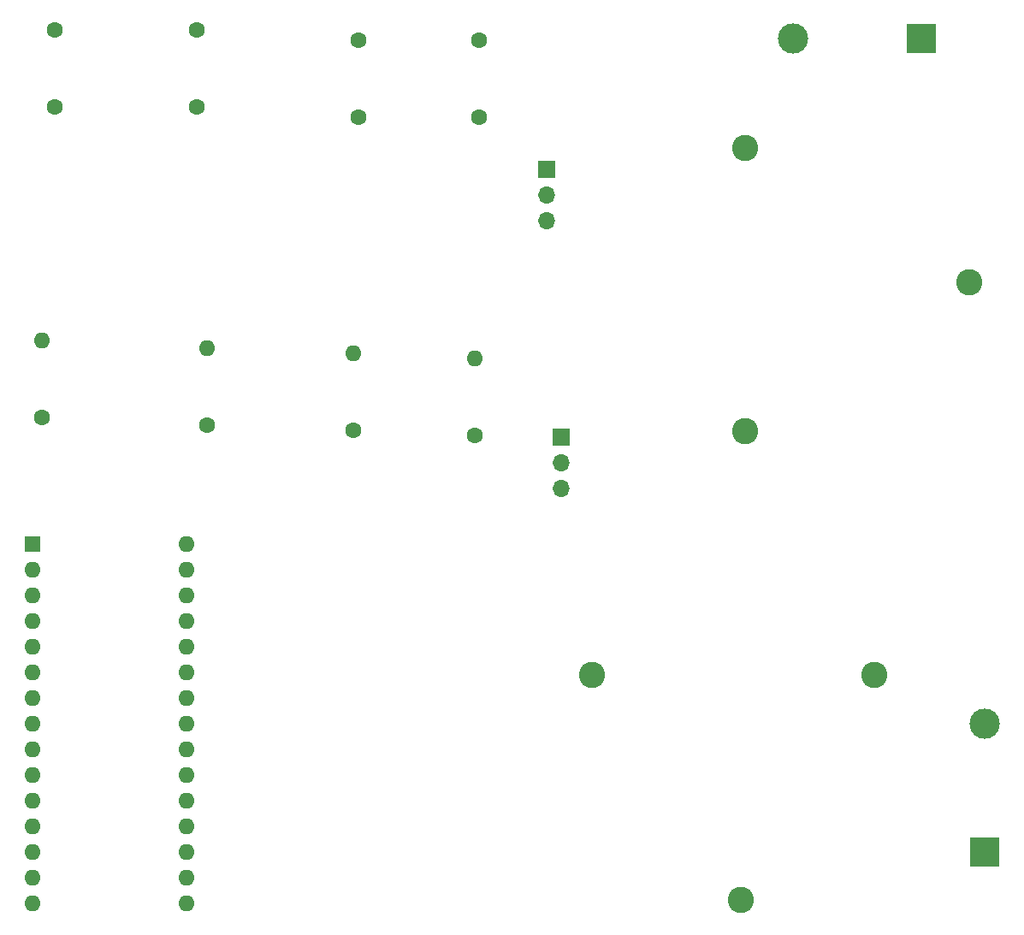
<source format=gbr>
%TF.GenerationSoftware,KiCad,Pcbnew,8.0.8*%
%TF.CreationDate,2025-10-11T21:39:39+03:00*%
%TF.ProjectId,Dual solar tracking system before routing Austin,4475616c-2073-46f6-9c61-722074726163,rev?*%
%TF.SameCoordinates,Original*%
%TF.FileFunction,Soldermask,Top*%
%TF.FilePolarity,Negative*%
%FSLAX46Y46*%
G04 Gerber Fmt 4.6, Leading zero omitted, Abs format (unit mm)*
G04 Created by KiCad (PCBNEW 8.0.8) date 2025-10-11 21:39:39*
%MOMM*%
%LPD*%
G01*
G04 APERTURE LIST*
%ADD10C,1.600000*%
%ADD11O,1.600000X1.600000*%
%ADD12R,1.700000X1.700000*%
%ADD13O,1.700000X1.700000*%
%ADD14C,2.600000*%
%ADD15R,3.000000X3.000000*%
%ADD16C,3.000000*%
%ADD17R,1.600000X1.600000*%
G04 APERTURE END LIST*
D10*
%TO.C,R1*%
X89190000Y-90500000D03*
D11*
X89190000Y-82880000D03*
%TD*%
D12*
%TO.C,M1*%
X139125000Y-65975000D03*
D13*
X139125000Y-68515000D03*
X139125000Y-71055000D03*
%TD*%
D10*
%TO.C,R4*%
X104500000Y-59800000D03*
X104500000Y-52200000D03*
%TD*%
%TO.C,R7*%
X132500000Y-60800000D03*
X132500000Y-53200000D03*
%TD*%
%TO.C,R6*%
X120000000Y-91810000D03*
D11*
X120000000Y-84190000D03*
%TD*%
D10*
%TO.C,R8*%
X132000000Y-92310000D03*
D11*
X132000000Y-84690000D03*
%TD*%
D10*
%TO.C,R2*%
X105500000Y-91310000D03*
D11*
X105500000Y-83690000D03*
%TD*%
D14*
%TO.C,BT1*%
X158750000Y-91900000D03*
X180950000Y-77150000D03*
X158750000Y-63900000D03*
D15*
X176200000Y-53000000D03*
D16*
X163500000Y-53000000D03*
%TD*%
D17*
%TO.C,A1*%
X88260000Y-103100000D03*
D11*
X88260000Y-105640000D03*
X88260000Y-108180000D03*
X88260000Y-110720000D03*
X88260000Y-113260000D03*
X88260000Y-115800000D03*
X88260000Y-118340000D03*
X88260000Y-120880000D03*
X88260000Y-123420000D03*
X88260000Y-125960000D03*
X88260000Y-128500000D03*
X88260000Y-131040000D03*
X88260000Y-133580000D03*
X88260000Y-136120000D03*
X88260000Y-138660000D03*
X103500000Y-138660000D03*
X103500000Y-136120000D03*
X103500000Y-133580000D03*
X103500000Y-131040000D03*
X103500000Y-128500000D03*
X103500000Y-125960000D03*
X103500000Y-123420000D03*
X103500000Y-120880000D03*
X103500000Y-118340000D03*
X103500000Y-115800000D03*
X103500000Y-113260000D03*
X103500000Y-110720000D03*
X103500000Y-108180000D03*
X103500000Y-105640000D03*
X103500000Y-103100000D03*
%TD*%
D12*
%TO.C,M2*%
X140625000Y-92475000D03*
D13*
X140625000Y-95015000D03*
X140625000Y-97555000D03*
%TD*%
D10*
%TO.C,R3*%
X90500000Y-59800000D03*
X90500000Y-52200000D03*
%TD*%
%TO.C,R5*%
X120500000Y-60800000D03*
X120500000Y-53200000D03*
%TD*%
D14*
%TO.C,BT2*%
X143600000Y-116050000D03*
X158350000Y-138250000D03*
X171600000Y-116050000D03*
D15*
X182500000Y-133500000D03*
D16*
X182500000Y-120800000D03*
%TD*%
M02*

</source>
